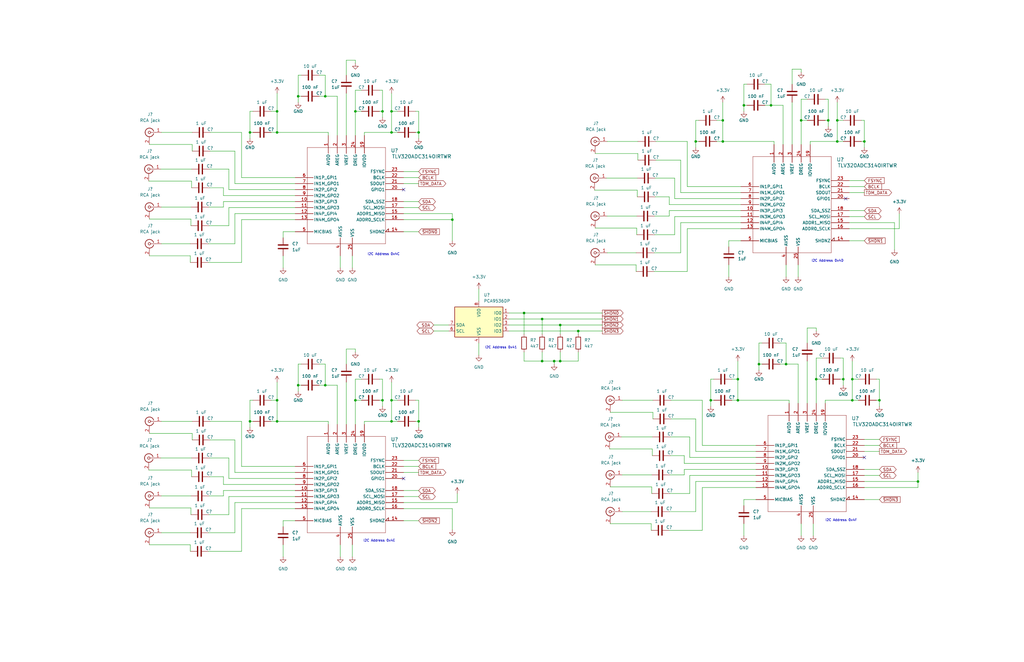
<source format=kicad_sch>
(kicad_sch (version 20211123) (generator eeschema)
  (paper "B")
  (junction (at 176.53 55.88))
  (junction (at 137.16 162.56))
  (junction (at 105.41 177.8))
  (junction (at 355.6 160.02))
  (junction (at 353.06 50.8))
  (junction (at 313.69 44.45))
  (junction (at 325.12 44.45))
  (junction (at 311.15 168.91))
  (junction (at 320.04 153.67))
  (junction (at 228.6 152.4))
  (junction (at 311.15 160.02))
  (junction (at 165.1 177.8))
  (junction (at 176.53 177.8))
  (junction (at 349.25 50.8))
  (junction (at 359.41 160.02))
  (junction (at 165.1 168.91))
  (junction (at 161.29 46.99))
  (junction (at 228.6 134.62))
  (junction (at 293.37 59.69))
  (junction (at 116.84 168.91))
  (junction (at 149.86 46.99))
  (junction (at 190.754 92.71))
  (junction (at 233.68 152.4))
  (junction (at 220.98 132.08))
  (junction (at 370.84 168.91))
  (junction (at 337.82 50.8))
  (junction (at 304.8 59.69))
  (junction (at 149.86 168.91))
  (junction (at 105.41 55.88))
  (junction (at 116.84 55.88))
  (junction (at 359.41 168.91))
  (junction (at 137.16 40.64))
  (junction (at 353.06 59.69))
  (junction (at 331.47 153.67))
  (junction (at 236.22 137.16))
  (junction (at 299.72 168.91))
  (junction (at 161.29 168.91))
  (junction (at 165.1 55.88))
  (junction (at 387.096 203.2))
  (junction (at 125.73 40.64))
  (junction (at 243.84 139.7))
  (junction (at 344.17 160.02))
  (junction (at 165.1 46.99))
  (junction (at 236.22 152.4))
  (junction (at 116.84 46.99))
  (junction (at 364.49 59.69))
  (junction (at 304.8 50.8))
  (junction (at 125.73 162.56))
  (junction (at 116.84 177.8))
  (no_connect (at 364.49 193.04))
  (no_connect (at 356.616 83.82))
  (no_connect (at 170.18 80.01))
  (no_connect (at 170.18 201.93))
  (wire (pts (xy 299.72 168.91) (xy 300.99 168.91)))
  (wire (pts (xy 94.234 204.47) (xy 124.46 204.47)))
  (wire (pts (xy 127 153.67) (xy 125.73 153.67)))
  (wire (pts (xy 142.24 179.07) (xy 142.24 162.56)))
  (wire (pts (xy 257.302 173.99) (xy 275.336 173.99)))
  (wire (pts (xy 106.68 168.91) (xy 105.41 168.91)))
  (wire (pts (xy 62.992 60.96) (xy 81.026 60.96)))
  (wire (pts (xy 250.952 111.76) (xy 268.224 111.76)))
  (wire (pts (xy 364.49 62.23) (xy 364.49 59.69)))
  (wire (pts (xy 214.63 137.16) (xy 236.22 137.16)))
  (wire (pts (xy 364.49 203.2) (xy 387.096 203.2)))
  (wire (pts (xy 101.854 55.88) (xy 101.854 74.93)))
  (wire (pts (xy 276.352 75.184) (xy 284.48 75.184)))
  (wire (pts (xy 161.29 160.02) (xy 161.29 168.91)))
  (wire (pts (xy 214.63 139.7) (xy 243.84 139.7)))
  (wire (pts (xy 105.41 180.34) (xy 105.41 177.8)))
  (wire (pts (xy 101.854 232.664) (xy 101.854 214.63)))
  (wire (pts (xy 99.06 224.79) (xy 99.06 212.09)))
  (wire (pts (xy 149.86 179.07) (xy 149.86 168.91)))
  (wire (pts (xy 170.18 194.31) (xy 176.53 194.31)))
  (wire (pts (xy 62.992 229.87) (xy 80.264 229.87)))
  (wire (pts (xy 330.2 60.96) (xy 330.2 44.45)))
  (wire (pts (xy 170.18 209.55) (xy 176.53 209.55)))
  (wire (pts (xy 340.36 138.43) (xy 344.17 138.43)))
  (wire (pts (xy 81.026 60.96) (xy 81.026 63.754)))
  (wire (pts (xy 228.6 148.59) (xy 228.6 152.4)))
  (wire (pts (xy 146.05 147.32) (xy 149.86 147.32)))
  (wire (pts (xy 311.15 168.91) (xy 308.61 168.91)))
  (wire (pts (xy 68.072 177.8) (xy 81.026 177.8)))
  (wire (pts (xy 228.6 134.62) (xy 254 134.62)))
  (wire (pts (xy 275.844 106.68) (xy 287.02 106.68)))
  (wire (pts (xy 160.02 160.02) (xy 161.29 160.02)))
  (wire (pts (xy 364.49 187.96) (xy 370.84 187.96)))
  (wire (pts (xy 236.22 137.16) (xy 254 137.16)))
  (wire (pts (xy 328.93 144.78) (xy 331.47 144.78)))
  (wire (pts (xy 302.26 50.8) (xy 304.8 50.8)))
  (wire (pts (xy 262.382 200.406) (xy 274.828 200.406)))
  (wire (pts (xy 170.18 77.47) (xy 176.53 77.47)))
  (wire (pts (xy 99.06 199.39) (xy 124.46 199.39)))
  (wire (pts (xy 62.738 76.454) (xy 80.772 76.454)))
  (wire (pts (xy 282.194 86.36) (xy 312.42 86.36)))
  (wire (pts (xy 228.6 134.62) (xy 228.6 140.97)))
  (wire (pts (xy 354.33 151.13) (xy 355.6 151.13)))
  (wire (pts (xy 220.98 152.4) (xy 228.6 152.4)))
  (wire (pts (xy 288.544 192.278) (xy 288.544 195.58)))
  (wire (pts (xy 80.518 214.376) (xy 80.518 217.17)))
  (wire (pts (xy 125.73 153.67) (xy 125.73 162.56)))
  (wire (pts (xy 182.88 137.16) (xy 189.23 137.16)))
  (wire (pts (xy 289.814 114.554) (xy 289.814 96.52)))
  (wire (pts (xy 276.352 83.058) (xy 282.194 83.058)))
  (wire (pts (xy 68.072 102.87) (xy 80.264 102.87)))
  (wire (pts (xy 311.15 168.91) (xy 332.74 168.91)))
  (wire (pts (xy 137.16 31.75) (xy 137.16 40.64)))
  (wire (pts (xy 176.53 55.88) (xy 175.26 55.88)))
  (wire (pts (xy 358.14 81.28) (xy 364.49 81.28)))
  (wire (pts (xy 80.772 198.374) (xy 80.772 201.168)))
  (wire (pts (xy 336.55 153.67) (xy 331.47 153.67)))
  (wire (pts (xy 276.606 59.69) (xy 289.814 59.69)))
  (wire (pts (xy 116.84 177.8) (xy 138.43 177.8)))
  (wire (pts (xy 165.1 39.37) (xy 165.1 46.99)))
  (wire (pts (xy 290.83 208.28) (xy 290.83 200.66)))
  (wire (pts (xy 287.02 67.564) (xy 287.02 81.28)))
  (wire (pts (xy 358.14 76.2) (xy 364.49 76.2)))
  (wire (pts (xy 361.95 160.02) (xy 359.41 160.02)))
  (wire (pts (xy 250.952 96.266) (xy 268.478 96.266)))
  (wire (pts (xy 311.15 160.02) (xy 311.15 168.91)))
  (wire (pts (xy 125.73 43.18) (xy 125.73 40.64)))
  (wire (pts (xy 190.754 92.71) (xy 190.754 101.6)))
  (wire (pts (xy 68.072 209.296) (xy 80.518 209.296)))
  (wire (pts (xy 161.29 49.53) (xy 161.29 46.99)))
  (wire (pts (xy 170.18 74.93) (xy 176.53 74.93)))
  (wire (pts (xy 152.4 38.1) (xy 149.86 38.1)))
  (wire (pts (xy 282.194 88.9) (xy 312.42 88.9)))
  (wire (pts (xy 170.18 199.39) (xy 176.53 199.39)))
  (wire (pts (xy 201.93 121.92) (xy 201.93 127)))
  (wire (pts (xy 282.194 215.9) (xy 293.37 215.9)))
  (wire (pts (xy 149.86 25.4) (xy 149.86 26.67)))
  (wire (pts (xy 243.84 139.7) (xy 254 139.7)))
  (wire (pts (xy 220.98 148.59) (xy 220.98 152.4)))
  (wire (pts (xy 341.63 60.96) (xy 341.63 59.69)))
  (wire (pts (xy 282.956 176.784) (xy 293.37 176.784)))
  (wire (pts (xy 96.52 193.294) (xy 96.52 201.93)))
  (wire (pts (xy 88.138 217.17) (xy 96.52 217.17)))
  (wire (pts (xy 289.814 59.69) (xy 289.814 78.74)))
  (wire (pts (xy 340.36 144.78) (xy 340.36 138.43)))
  (wire (pts (xy 170.18 87.63) (xy 176.53 87.63)))
  (wire (pts (xy 96.52 201.93) (xy 124.46 201.93)))
  (wire (pts (xy 142.24 40.64) (xy 137.16 40.64)))
  (wire (pts (xy 124.46 97.79) (xy 119.38 97.79)))
  (wire (pts (xy 344.17 170.18) (xy 344.17 160.02)))
  (wire (pts (xy 68.072 224.79) (xy 80.264 224.79)))
  (wire (pts (xy 125.73 165.1) (xy 125.73 162.56)))
  (wire (pts (xy 243.84 148.59) (xy 243.84 152.4)))
  (wire (pts (xy 88.646 63.754) (xy 99.06 63.754)))
  (wire (pts (xy 148.59 107.95) (xy 148.59 113.03)))
  (wire (pts (xy 165.1 177.8) (xy 167.64 177.8)))
  (wire (pts (xy 161.29 168.91) (xy 160.02 168.91)))
  (wire (pts (xy 276.606 67.564) (xy 287.02 67.564)))
  (wire (pts (xy 250.952 64.77) (xy 268.986 64.77)))
  (wire (pts (xy 276.098 91.186) (xy 282.194 91.186)))
  (wire (pts (xy 289.814 78.74) (xy 312.42 78.74)))
  (wire (pts (xy 347.98 41.91) (xy 349.25 41.91)))
  (wire (pts (xy 176.53 168.91) (xy 176.53 177.8)))
  (wire (pts (xy 322.58 35.56) (xy 325.12 35.56)))
  (wire (pts (xy 304.8 59.69) (xy 326.39 59.69)))
  (wire (pts (xy 88.646 177.8) (xy 101.854 177.8)))
  (wire (pts (xy 99.06 63.754) (xy 99.06 77.47)))
  (wire (pts (xy 134.62 31.75) (xy 137.16 31.75)))
  (wire (pts (xy 275.336 173.99) (xy 275.336 176.784)))
  (wire (pts (xy 62.992 107.95) (xy 80.264 107.95)))
  (wire (pts (xy 80.264 229.87) (xy 80.264 232.664)))
  (wire (pts (xy 149.86 147.32) (xy 149.86 148.59)))
  (wire (pts (xy 290.83 193.04) (xy 318.77 193.04)))
  (wire (pts (xy 299.72 160.02) (xy 299.72 168.91)))
  (wire (pts (xy 149.86 46.99) (xy 152.4 46.99)))
  (wire (pts (xy 243.84 152.4) (xy 236.22 152.4)))
  (wire (pts (xy 88.646 55.88) (xy 101.854 55.88)))
  (wire (pts (xy 276.098 99.06) (xy 284.48 99.06)))
  (wire (pts (xy 62.992 182.88) (xy 81.026 182.88)))
  (wire (pts (xy 88.138 209.296) (xy 94.234 209.296)))
  (wire (pts (xy 337.82 41.91) (xy 337.82 50.8)))
  (wire (pts (xy 358.14 96.52) (xy 379.222 96.52)))
  (wire (pts (xy 105.41 177.8) (xy 106.68 177.8)))
  (wire (pts (xy 88.646 185.674) (xy 99.06 185.674)))
  (wire (pts (xy 341.63 59.69) (xy 353.06 59.69)))
  (wire (pts (xy 190.754 90.17) (xy 190.754 92.71)))
  (wire (pts (xy 68.072 55.88) (xy 81.026 55.88)))
  (wire (pts (xy 99.06 102.87) (xy 99.06 90.17)))
  (wire (pts (xy 146.05 161.29) (xy 146.05 179.07)))
  (wire (pts (xy 268.732 80.264) (xy 268.732 83.058)))
  (wire (pts (xy 282.448 208.28) (xy 290.83 208.28)))
  (wire (pts (xy 106.68 46.99) (xy 105.41 46.99)))
  (wire (pts (xy 116.84 168.91) (xy 116.84 177.8)))
  (wire (pts (xy 137.16 153.67) (xy 137.16 162.56)))
  (wire (pts (xy 88.138 95.25) (xy 96.52 95.25)))
  (wire (pts (xy 334.01 29.21) (xy 337.82 29.21)))
  (wire (pts (xy 334.01 35.56) (xy 334.01 29.21)))
  (wire (pts (xy 364.49 210.82) (xy 370.84 210.82)))
  (wire (pts (xy 284.48 75.184) (xy 284.48 83.82)))
  (wire (pts (xy 152.4 160.02) (xy 149.86 160.02)))
  (wire (pts (xy 377.19 93.98) (xy 377.19 105.41)))
  (wire (pts (xy 62.992 92.456) (xy 80.518 92.456)))
  (wire (pts (xy 296.164 223.774) (xy 296.164 205.74)))
  (wire (pts (xy 116.84 55.88) (xy 114.3 55.88)))
  (wire (pts (xy 320.04 144.78) (xy 320.04 153.67)))
  (wire (pts (xy 170.18 92.71) (xy 190.754 92.71)))
  (wire (pts (xy 153.67 179.07) (xy 153.67 177.8)))
  (wire (pts (xy 96.52 217.17) (xy 96.52 209.55)))
  (wire (pts (xy 331.47 111.76) (xy 331.47 116.84)))
  (wire (pts (xy 88.138 87.376) (xy 94.234 87.376)))
  (wire (pts (xy 228.6 152.4) (xy 233.68 152.4)))
  (wire (pts (xy 364.49 50.8) (xy 364.49 59.69)))
  (wire (pts (xy 236.22 148.59) (xy 236.22 152.4)))
  (wire (pts (xy 358.14 101.6) (xy 364.49 101.6)))
  (wire (pts (xy 236.22 152.4) (xy 233.68 152.4)))
  (wire (pts (xy 165.1 168.91) (xy 165.1 177.8)))
  (wire (pts (xy 313.69 35.56) (xy 313.69 44.45)))
  (wire (pts (xy 331.47 153.67) (xy 328.93 153.67)))
  (wire (pts (xy 214.63 134.62) (xy 228.6 134.62)))
  (wire (pts (xy 243.84 139.7) (xy 243.84 140.97)))
  (wire (pts (xy 346.71 151.13) (xy 344.17 151.13)))
  (wire (pts (xy 119.38 219.71) (xy 119.38 222.25)))
  (wire (pts (xy 175.26 46.99) (xy 176.53 46.99)))
  (wire (pts (xy 105.41 168.91) (xy 105.41 177.8)))
  (wire (pts (xy 364.49 205.74) (xy 387.096 205.74)))
  (wire (pts (xy 290.83 200.66) (xy 318.77 200.66)))
  (wire (pts (xy 311.15 152.4) (xy 311.15 160.02)))
  (wire (pts (xy 116.84 55.88) (xy 138.43 55.88)))
  (wire (pts (xy 284.48 83.82) (xy 312.42 83.82)))
  (wire (pts (xy 268.986 64.77) (xy 268.986 67.564)))
  (wire (pts (xy 143.51 107.95) (xy 143.51 113.03)))
  (wire (pts (xy 170.18 219.71) (xy 176.53 219.71)))
  (wire (pts (xy 170.18 85.09) (xy 176.53 85.09)))
  (wire (pts (xy 67.818 193.294) (xy 80.772 193.294)))
  (wire (pts (xy 358.14 93.98) (xy 377.19 93.98)))
  (wire (pts (xy 165.1 46.99) (xy 165.1 55.88)))
  (wire (pts (xy 236.22 137.16) (xy 236.22 140.97)))
  (wire (pts (xy 359.41 160.02) (xy 359.41 168.91)))
  (wire (pts (xy 165.1 55.88) (xy 167.64 55.88)))
  (wire (pts (xy 114.3 46.99) (xy 116.84 46.99)))
  (wire (pts (xy 99.06 212.09) (xy 124.46 212.09)))
  (wire (pts (xy 344.17 160.02) (xy 346.71 160.02)))
  (wire (pts (xy 370.84 160.02) (xy 370.84 168.91)))
  (wire (pts (xy 94.234 79.248) (xy 94.234 82.55)))
  (wire (pts (xy 358.14 88.9) (xy 364.49 88.9)))
  (wire (pts (xy 337.82 220.98) (xy 337.82 226.06)))
  (wire (pts (xy 304.8 43.18) (xy 304.8 50.8)))
  (wire (pts (xy 127 31.75) (xy 125.73 31.75)))
  (wire (pts (xy 313.69 46.99) (xy 313.69 44.45)))
  (wire (pts (xy 284.48 91.44) (xy 312.42 91.44)))
  (wire (pts (xy 170.18 97.79) (xy 176.53 97.79)))
  (wire (pts (xy 124.46 219.71) (xy 119.38 219.71)))
  (wire (pts (xy 161.29 171.45) (xy 161.29 168.91)))
  (wire (pts (xy 359.41 168.91) (xy 361.95 168.91)))
  (wire (pts (xy 364.49 200.66) (xy 370.84 200.66)))
  (wire (pts (xy 94.234 85.09) (xy 124.46 85.09)))
  (wire (pts (xy 167.64 46.99) (xy 165.1 46.99)))
  (wire (pts (xy 300.99 160.02) (xy 299.72 160.02)))
  (wire (pts (xy 146.05 153.67) (xy 146.05 147.32)))
  (wire (pts (xy 170.18 212.09) (xy 192.786 212.09)))
  (wire (pts (xy 287.02 93.98) (xy 312.42 93.98)))
  (wire (pts (xy 325.12 35.56) (xy 325.12 44.45)))
  (wire (pts (xy 165.1 161.29) (xy 165.1 168.91)))
  (wire (pts (xy 105.41 55.88) (xy 106.68 55.88)))
  (wire (pts (xy 94.234 201.168) (xy 94.234 204.47)))
  (wire (pts (xy 94.234 87.376) (xy 94.234 85.09)))
  (wire (pts (xy 370.84 171.45) (xy 370.84 168.91)))
  (wire (pts (xy 96.52 80.01) (xy 124.46 80.01)))
  (wire (pts (xy 293.37 190.5) (xy 318.77 190.5)))
  (wire (pts (xy 340.36 41.91) (xy 337.82 41.91)))
  (wire (pts (xy 364.49 59.69) (xy 363.22 59.69)))
  (wire (pts (xy 67.818 71.374) (xy 80.772 71.374)))
  (wire (pts (xy 101.854 214.63) (xy 124.46 214.63)))
  (wire (pts (xy 313.69 44.45) (xy 314.96 44.45)))
  (wire (pts (xy 307.34 101.6) (xy 307.34 104.14)))
  (wire (pts (xy 304.8 59.69) (xy 302.26 59.69)))
  (wire (pts (xy 287.02 106.68) (xy 287.02 93.98)))
  (wire (pts (xy 293.37 203.2) (xy 318.77 203.2)))
  (wire (pts (xy 116.84 161.29) (xy 116.84 168.91)))
  (wire (pts (xy 321.31 144.78) (xy 320.04 144.78)))
  (wire (pts (xy 349.25 50.8) (xy 347.98 50.8)))
  (wire (pts (xy 326.39 60.96) (xy 326.39 59.69)))
  (wire (pts (xy 149.86 57.15) (xy 149.86 46.99)))
  (wire (pts (xy 233.68 152.4) (xy 233.68 153.67)))
  (wire (pts (xy 80.772 76.454) (xy 80.772 79.248)))
  (wire (pts (xy 347.98 168.91) (xy 359.41 168.91)))
  (wire (pts (xy 257.302 205.486) (xy 274.828 205.486)))
  (wire (pts (xy 94.234 207.01) (xy 124.46 207.01)))
  (wire (pts (xy 176.53 58.42) (xy 176.53 55.88)))
  (wire (pts (xy 68.072 87.376) (xy 80.518 87.376)))
  (wire (pts (xy 312.42 101.6) (xy 307.34 101.6)))
  (wire (pts (xy 349.25 53.34) (xy 349.25 50.8)))
  (wire (pts (xy 288.544 195.58) (xy 318.77 195.58)))
  (wire (pts (xy 282.702 184.404) (xy 290.83 184.404)))
  (wire (pts (xy 320.04 153.67) (xy 321.31 153.67)))
  (wire (pts (xy 313.69 210.82) (xy 313.69 213.36)))
  (wire (pts (xy 274.828 205.486) (xy 274.828 208.28)))
  (wire (pts (xy 274.574 220.98) (xy 274.574 223.774)))
  (wire (pts (xy 325.12 44.45) (xy 322.58 44.45)))
  (wire (pts (xy 344.17 138.43) (xy 344.17 139.7)))
  (wire (pts (xy 101.854 110.744) (xy 101.854 92.71)))
  (wire (pts (xy 175.26 168.91) (xy 176.53 168.91)))
  (wire (pts (xy 296.164 205.74) (xy 318.77 205.74)))
  (wire (pts (xy 344.17 151.13) (xy 344.17 160.02)))
  (wire (pts (xy 170.18 90.17) (xy 190.754 90.17)))
  (wire (pts (xy 293.37 215.9) (xy 293.37 203.2)))
  (wire (pts (xy 99.06 185.674) (xy 99.06 199.39)))
  (wire (pts (xy 353.06 43.18) (xy 353.06 50.8)))
  (wire (pts (xy 299.72 171.45) (xy 299.72 168.91)))
  (wire (pts (xy 80.518 92.456) (xy 80.518 95.25)))
  (wire (pts (xy 149.86 168.91) (xy 152.4 168.91)))
  (wire (pts (xy 182.88 139.7) (xy 189.23 139.7)))
  (wire (pts (xy 293.37 59.69) (xy 294.64 59.69)))
  (wire (pts (xy 87.884 102.87) (xy 99.06 102.87)))
  (wire (pts (xy 96.52 209.55) (xy 124.46 209.55)))
  (wire (pts (xy 369.57 160.02) (xy 370.84 160.02)))
  (wire (pts (xy 214.63 132.08) (xy 220.98 132.08)))
  (wire (pts (xy 160.02 38.1) (xy 161.29 38.1)))
  (wire (pts (xy 62.992 214.376) (xy 80.518 214.376)))
  (wire (pts (xy 149.86 160.02) (xy 149.86 168.91)))
  (wire (pts (xy 293.37 50.8) (xy 293.37 59.69)))
  (wire (pts (xy 296.164 187.96) (xy 318.77 187.96)))
  (wire (pts (xy 176.53 177.8) (xy 175.26 177.8)))
  (wire (pts (xy 268.478 96.266) (xy 268.478 99.06)))
  (wire (pts (xy 125.73 162.56) (xy 127 162.56)))
  (wire (pts (xy 288.544 198.12) (xy 318.77 198.12)))
  (wire (pts (xy 143.51 229.87) (xy 143.51 234.95)))
  (wire (pts (xy 331.47 144.78) (xy 331.47 153.67)))
  (wire (pts (xy 287.02 81.28) (xy 312.42 81.28)))
  (wire (pts (xy 363.22 50.8) (xy 364.49 50.8)))
  (wire (pts (xy 87.884 232.664) (xy 101.854 232.664)))
  (wire (pts (xy 220.98 132.08) (xy 220.98 140.97)))
  (wire (pts (xy 105.41 58.42) (xy 105.41 55.88)))
  (wire (pts (xy 257.302 220.98) (xy 274.574 220.98)))
  (wire (pts (xy 268.224 111.76) (xy 268.224 114.554)))
  (wire (pts (xy 275.082 189.484) (xy 275.082 192.278)))
  (wire (pts (xy 119.38 97.79) (xy 119.38 100.33)))
  (wire (pts (xy 101.854 92.71) (xy 124.46 92.71)))
  (wire (pts (xy 313.69 220.98) (xy 313.69 226.06)))
  (wire (pts (xy 330.2 44.45) (xy 325.12 44.45)))
  (wire (pts (xy 146.05 39.37) (xy 146.05 57.15)))
  (wire (pts (xy 355.6 151.13) (xy 355.6 160.02)))
  (wire (pts (xy 364.49 198.12) (xy 370.84 198.12)))
  (wire (pts (xy 255.778 75.184) (xy 268.732 75.184)))
  (wire (pts (xy 153.67 55.88) (xy 165.1 55.88)))
  (wire (pts (xy 353.06 59.69) (xy 355.6 59.69)))
  (wire (pts (xy 304.8 50.8) (xy 304.8 59.69)))
  (wire (pts (xy 176.53 180.34) (xy 176.53 177.8)))
  (wire (pts (xy 250.698 80.264) (xy 268.732 80.264)))
  (wire (pts (xy 336.55 170.18) (xy 336.55 153.67)))
  (wire (pts (xy 87.884 224.79) (xy 99.06 224.79)))
  (wire (pts (xy 370.84 168.91) (xy 369.57 168.91)))
  (wire (pts (xy 293.37 62.23) (xy 293.37 59.69)))
  (wire (pts (xy 153.67 177.8) (xy 165.1 177.8)))
  (wire (pts (xy 146.05 31.75) (xy 146.05 25.4)))
  (wire (pts (xy 88.392 193.294) (xy 96.52 193.294)))
  (wire (pts (xy 134.62 153.67) (xy 137.16 153.67)))
  (wire (pts (xy 294.64 50.8) (xy 293.37 50.8)))
  (wire (pts (xy 99.06 90.17) (xy 124.46 90.17)))
  (wire (pts (xy 87.884 110.744) (xy 101.854 110.744)))
  (wire (pts (xy 146.05 25.4) (xy 149.86 25.4)))
  (wire (pts (xy 349.25 41.91) (xy 349.25 50.8)))
  (wire (pts (xy 170.18 214.63) (xy 190.754 214.63)))
  (wire (pts (xy 296.164 168.91) (xy 296.164 187.96)))
  (wire (pts (xy 284.48 99.06) (xy 284.48 91.44)))
  (wire (pts (xy 282.702 192.278) (xy 288.544 192.278)))
  (wire (pts (xy 88.392 71.374) (xy 96.52 71.374)))
  (wire (pts (xy 220.98 132.08) (xy 254 132.08)))
  (wire (pts (xy 149.86 38.1) (xy 149.86 46.99)))
  (wire (pts (xy 332.74 170.18) (xy 332.74 168.91)))
  (wire (pts (xy 88.392 79.248) (xy 94.234 79.248)))
  (wire (pts (xy 170.18 196.85) (xy 176.53 196.85)))
  (wire (pts (xy 340.36 152.4) (xy 340.36 170.18)))
  (wire (pts (xy 262.382 215.9) (xy 274.574 215.9)))
  (wire (pts (xy 387.096 205.74) (xy 387.096 203.2)))
  (wire (pts (xy 101.854 196.85) (xy 124.46 196.85)))
  (wire (pts (xy 379.222 96.52) (xy 379.222 90.17)))
  (wire (pts (xy 96.52 71.374) (xy 96.52 80.01)))
  (wire (pts (xy 364.49 190.5) (xy 370.84 190.5)))
  (wire (pts (xy 105.41 46.99) (xy 105.41 55.88)))
  (wire (pts (xy 96.52 87.63) (xy 124.46 87.63)))
  (wire (pts (xy 337.82 29.21) (xy 337.82 30.48)))
  (wire (pts (xy 125.73 40.64) (xy 127 40.64)))
  (wire (pts (xy 257.048 189.484) (xy 275.082 189.484)))
  (wire (pts (xy 364.49 185.42) (xy 370.84 185.42)))
  (wire (pts (xy 201.93 144.78) (xy 201.93 149.86)))
  (wire (pts (xy 282.956 168.91) (xy 296.164 168.91)))
  (wire (pts (xy 153.67 57.15) (xy 153.67 55.88)))
  (wire (pts (xy 355.6 50.8) (xy 353.06 50.8)))
  (wire (pts (xy 336.55 111.76) (xy 336.55 116.84)))
  (wire (pts (xy 94.234 209.296) (xy 94.234 207.01)))
  (wire (pts (xy 137.16 40.64) (xy 134.62 40.64)))
  (wire (pts (xy 170.18 207.01) (xy 176.53 207.01)))
  (wire (pts (xy 116.84 39.37) (xy 116.84 46.99)))
  (wire (pts (xy 125.73 31.75) (xy 125.73 40.64)))
  (wire (pts (xy 282.194 91.186) (xy 282.194 88.9)))
  (wire (pts (xy 192.786 208.28) (xy 192.786 212.09)))
  (wire (pts (xy 355.6 162.56) (xy 355.6 160.02)))
  (wire (pts (xy 262.128 184.404) (xy 275.082 184.404)))
  (wire (pts (xy 307.34 111.76) (xy 307.34 116.84)))
  (wire (pts (xy 353.06 50.8) (xy 353.06 59.69)))
  (wire (pts (xy 114.3 168.91) (xy 116.84 168.91)))
  (wire (pts (xy 96.52 95.25) (xy 96.52 87.63)))
  (wire (pts (xy 62.738 198.374) (xy 80.772 198.374)))
  (wire (pts (xy 334.01 43.18) (xy 334.01 60.96)))
  (wire (pts (xy 256.032 106.68) (xy 268.224 106.68)))
  (wire (pts (xy 148.59 229.87) (xy 148.59 234.95)))
  (wire (pts (xy 161.29 38.1) (xy 161.29 46.99)))
  (wire (pts (xy 290.83 184.404) (xy 290.83 193.04)))
  (wire (pts (xy 282.194 223.774) (xy 296.164 223.774)))
  (wire (pts (xy 101.854 177.8) (xy 101.854 196.85)))
  (wire (pts (xy 293.37 176.784) (xy 293.37 190.5)))
  (wire (pts (xy 142.24 162.56) (xy 137.16 162.56)))
  (wire (pts (xy 116.84 46.99) (xy 116.84 55.88)))
  (wire (pts (xy 137.16 162.56) (xy 134.62 162.56)))
  (wire (pts (xy 337.82 50.8) (xy 340.36 50.8)))
  (wire (pts (xy 282.448 200.406) (xy 288.544 200.406)))
  (wire (pts (xy 170.18 72.39) (xy 176.53 72.39)))
  (wire (pts (xy 80.264 107.95) (xy 80.264 110.744)))
  (wire (pts (xy 262.382 168.91) (xy 275.336 168.91)))
  (wire (pts (xy 176.53 46.99) (xy 176.53 55.88)))
  (wire (pts (xy 142.24 57.15) (xy 142.24 40.64)))
  (wire (pts (xy 99.06 77.47) (xy 124.46 77.47)))
  (wire (pts (xy 359.41 152.4) (xy 359.41 160.02)))
  (wire (pts (xy 167.64 168.91) (xy 165.1 168.91)))
  (wire (pts (xy 288.544 200.406) (xy 288.544 198.12)))
  (wire (pts (xy 355.6 160.02) (xy 354.33 160.02)))
  (wire (pts (xy 81.026 182.88) (xy 81.026 185.674)))
  (wire (pts (xy 347.98 170.18) (xy 347.98 168.91)))
  (wire (pts (xy 289.814 96.52) (xy 312.42 96.52)))
  (wire (pts (xy 387.096 203.2) (xy 387.096 199.39)))
  (wire (pts (xy 314.96 35.56) (xy 313.69 35.56)))
  (wire (pts (xy 119.38 229.87) (xy 119.38 234.95)))
  (wire (pts (xy 308.61 160.02) (xy 311.15 160.02)))
  (wire (pts (xy 88.392 201.168) (xy 94.234 201.168)))
  (wire (pts (xy 94.234 82.55) (xy 124.46 82.55)))
  (wire (pts (xy 119.38 107.95) (xy 119.38 113.03)))
  (wire (pts (xy 101.854 74.93) (xy 124.46 74.93)))
  (wire (pts (xy 342.9 220.98) (xy 342.9 226.06)))
  (wire (pts (xy 318.77 210.82) (xy 313.69 210.82)))
  (wire (pts (xy 138.43 57.15) (xy 138.43 55.88)))
  (wire (pts (xy 275.844 114.554) (xy 289.814 114.554)))
  (wire (pts (xy 256.032 91.186) (xy 268.478 91.186)))
  (wire (pts (xy 358.14 91.44) (xy 364.49 91.44)))
  (wire (pts (xy 256.032 59.69) (xy 268.986 59.69)))
  (wire (pts (xy 320.04 156.21) (xy 320.04 153.67)))
  (wire (pts (xy 337.82 60.96) (xy 337.82 50.8)))
  (wire (pts (xy 190.754 214.63) (xy 190.754 223.52)))
  (wire (pts (xy 116.84 177.8) (xy 114.3 177.8)))
  (wire (pts (xy 161.29 46.99) (xy 160.02 46.99)))
  (wire (pts (xy 358.14 78.74) (xy 364.49 78.74)))
  (wire (pts (xy 138.43 179.07) (xy 138.43 177.8)))
  (wire (pts (xy 282.194 83.058) (xy 282.194 86.36)))
  (text "I2C Address 0x4F" (at 347.98 220.218 0) (effects (font (size 1 1)) (justify left bottom)))
  (text "I2C Address 0x4C" (at 154.94 107.95 0) (effects (font (size 1 1)) (justify left bottom)))
  (text "I2C Address 0x4D" (at 342.138 110.744 0) (effects (font (size 1 1)) (justify left bottom)))
  (text "I2C Address 0x4E" (at 153.162 228.854 0) (effects (font (size 1 1)) (justify left bottom)))
  (text "I2C Address 0x41" (at 204.47 147.32 0) (effects (font (size 1 1)) (justify left bottom)))
  (global_label "FSYNC" (shape input) (at 176.53 72.39 0) (property "Intersheet References" "${INTERSHEET_REFS}" (at 184.9302 72.3106 0) (effects (justify left))))
  (global_label "SCL" (shape bidirectional) (at 364.49 91.44 0) (property "Intersheet References" "${INTERSHEET_REFS}" (at 370.4107 91.3606 0) (effects (justify left))))
  (global_label "SDA" (shape bidirectional) (at 182.88 137.16 180) (property "Intersheet References" "${INTERSHEET_REFS}" (at 176.8988 137.0806 0) (effects (justify right))))
  (global_label "FSYNC" (shape input) (at 176.53 194.31 0) (property "Intersheet References" "${INTERSHEET_REFS}" (at 184.9302 194.2306 0) (effects (justify left))))
  (global_label "SCL" (shape bidirectional) (at 176.53 87.63 0) (property "Intersheet References" "${INTERSHEET_REFS}" (at 182.4507 87.5506 0) (effects (justify left))))
  (global_label "SDA" (shape bidirectional) (at 364.49 88.9 0) (property "Intersheet References" "${INTERSHEET_REFS}" (at 370.4712 88.8206 0) (effects (justify left))))
  (global_label "BCLK" (shape input) (at 370.84 187.96 0) (property "Intersheet References" "${INTERSHEET_REFS}" (at 378.0912 187.8806 0) (effects (justify left))))
  (global_label "TDM_DATA" (shape output) (at 176.53 199.39 0) (property "Intersheet References" "${INTERSHEET_REFS}" (at 188.0145 199.3106 0) (effects (justify left))))
  (global_label "TDM_DATA" (shape output) (at 364.49 81.28 0) (property "Intersheet References" "${INTERSHEET_REFS}" (at 375.9745 81.2006 0) (effects (justify left))))
  (global_label "~{SHDN2}" (shape input) (at 176.53 219.71 0) (property "Intersheet References" "${INTERSHEET_REFS}" (at 185.2931 219.6306 0) (effects (justify left))))
  (global_label "SDA" (shape bidirectional) (at 370.84 198.12 0) (property "Intersheet References" "${INTERSHEET_REFS}" (at 376.8212 198.0406 0) (effects (justify left))))
  (global_label "BCLK" (shape input) (at 176.53 74.93 0) (property "Intersheet References" "${INTERSHEET_REFS}" (at 183.7812 74.8506 0) (effects (justify left))))
  (global_label "~{SHDN0}" (shape input) (at 176.53 97.79 0) (property "Intersheet References" "${INTERSHEET_REFS}" (at 185.2931 97.7106 0) (effects (justify left))))
  (global_label "FSYNC" (shape input) (at 370.84 185.42 0) (property "Intersheet References" "${INTERSHEET_REFS}" (at 379.2402 185.3406 0) (effects (justify left))))
  (global_label "~{SHDN1}" (shape output) (at 254 134.62 0) (property "Intersheet References" "${INTERSHEET_REFS}" (at 262.7631 134.5406 0) (effects (justify left))))
  (global_label "~{SHDN2}" (shape output) (at 254 137.16 0) (property "Intersheet References" "${INTERSHEET_REFS}" (at 262.7631 137.0806 0) (effects (justify left))))
  (global_label "~{SHDN0}" (shape output) (at 254 132.08 0) (property "Intersheet References" "${INTERSHEET_REFS}" (at 262.7631 132.0006 0) (effects (justify left))))
  (global_label "SCL" (shape bidirectional) (at 370.84 200.66 0) (property "Intersheet References" "${INTERSHEET_REFS}" (at 376.7607 200.5806 0) (effects (justify left))))
  (global_label "BCLK" (shape input) (at 176.53 196.85 0) (property "Intersheet References" "${INTERSHEET_REFS}" (at 183.7812 196.7706 0) (effects (justify left))))
  (global_label "SCL" (shape bidirectional) (at 176.53 209.55 0) (property "Intersheet References" "${INTERSHEET_REFS}" (at 182.4507 209.4706 0) (effects (justify left))))
  (global_label "TDM_DATA" (shape output) (at 176.53 77.47 0) (property "Intersheet References" "${INTERSHEET_REFS}" (at 188.0145 77.3906 0) (effects (justify left))))
  (global_label "SCL" (shape bidirectional) (at 182.88 139.7 180) (property "Intersheet References" "${INTERSHEET_REFS}" (at 176.9593 139.6206 0) (effects (justify right))))
  (global_label "~{SHDN3}" (shape input) (at 370.84 210.82 0) (property "Intersheet References" "${INTERSHEET_REFS}" (at 379.6031 210.7406 0) (effects (justify left))))
  (global_label "SDA" (shape bidirectional) (at 176.53 207.01 0) (property "Intersheet References" "${INTERSHEET_REFS}" (at 182.5112 206.9306 0) (effects (justify left))))
  (global_label "TDM_DATA" (shape output) (at 370.84 190.5 0) (property "Intersheet References" "${INTERSHEET_REFS}" (at 382.3245 190.4206 0) (effects (justify left))))
  (global_label "BCLK" (shape input) (at 364.49 78.74 0) (property "Intersheet References" "${INTERSHEET_REFS}" (at 371.7412 78.6606 0) (effects (justify left))))
  (global_label "~{SHDN3}" (shape output) (at 254 139.7 0) (property "Intersheet References" "${INTERSHEET_REFS}" (at 262.7631 139.6206 0) (effects (justify left))))
  (global_label "~{SHDN1}" (shape input) (at 364.49 101.6 0) (property "Intersheet References" "${INTERSHEET_REFS}" (at 373.2531 101.5206 0) (effects (justify left))))
  (global_label "SDA" (shape bidirectional) (at 176.53 85.09 0) (property "Intersheet References" "${INTERSHEET_REFS}" (at 182.5112 85.0106 0) (effects (justify left))))
  (global_label "FSYNC" (shape input) (at 364.49 76.2 0) (property "Intersheet References" "${INTERSHEET_REFS}" (at 372.8902 76.1206 0) (effects (justify left))))
  (symbol (lib_id "Device:C") (at 278.638 200.406 270) (mirror x) (unit 1)
    (property "Reference" "C?" (at 282.448 199.136 90))
    (property "Value" "1 uF" (at 278.638 196.596 90))
  )
  (symbol (lib_id "Device:C") (at 278.384 215.9 270) (mirror x) (unit 1)
    (property "Reference" "C?" (at 282.194 214.63 90))
    (property "Value" "1 uF" (at 278.384 212.09 90))
  )
  (symbol (lib_id "Connector:Conn_Coaxial") (at 62.992 87.376 0) (mirror y) (unit 1)
    (property "Reference" "J?" (at 63.3094 79.756 0))
    (property "Value" "RCA jack" (at 63.3094 82.296 0))
    (property "Footprint" "SparkFun-Connectors:RCA" (effects hide))
    (property "Datasheet" " ~" (effects hide))
  )
  (symbol (lib_id "Connector:Conn_Coaxial") (at 257.302 200.406 0) (mirror y) (unit 1)
    (property "Reference" "J?" (at 257.6194 192.786 0))
    (property "Value" "RCA jack" (at 257.6194 195.326 0))
    (property "Footprint" "SparkFun-Connectors:RCA" (effects hide))
    (property "Datasheet" " ~" (effects hide))
  )
  (symbol (lib_id "Device:C") (at 279.146 168.91 270) (mirror x) (unit 1)
    (property "Reference" "C?" (at 282.956 167.64 90))
    (property "Value" "1 uF" (at 279.146 165.1 90))
  )
  (symbol (lib_id "Device:C") (at 313.69 217.17 0) (unit 1)
    (property "Reference" "C?" (at 317.5 215.8999 0) (effects (justify left)))
    (property "Value" "1uF" (at 317.5 218.4399 0) (effects (justify left)))
  )
  (symbol (lib_id "power:GND") (at 370.84 171.45 0) (unit 1)
    (property "Reference" "#PWR?" (effects hide))
    (property "Value" "GND" (at 370.84 175.26 0))
  )
  (symbol (lib_id "power:GND") (at 336.55 116.84 0) (unit 1)
    (property "Reference" "#PWR?" (effects hide))
    (property "Value" "GND" (at 336.55 121.92 0))
  )
  (symbol (lib_id "Device:C") (at 84.328 209.296 270) (mirror x) (unit 1)
    (property "Reference" "C?" (at 88.138 208.026 90))
    (property "Value" "1 uF" (at 84.328 205.486 90))
  )
  (symbol (lib_id "power:GND") (at 355.6 162.56 0) (unit 1)
    (property "Reference" "#PWR?" (effects hide))
    (property "Value" "GND" (at 355.6 166.37 0))
  )
  (symbol (lib_id "power:GND") (at 119.38 234.95 0) (unit 1)
    (property "Reference" "#PWR?" (effects hide))
    (property "Value" "GND" (at 119.38 240.03 0))
  )
  (symbol (lib_id "Device:C") (at 130.81 40.64 270) (mirror x) (unit 1)
    (property "Reference" "C?" (at 134.62 39.37 90))
    (property "Value" "100 nF" (at 130.81 36.83 90))
  )
  (symbol (lib_id "power:GND") (at 293.37 62.23 0) (mirror y) (unit 1)
    (property "Reference" "#PWR?" (effects hide))
    (property "Value" "GND" (at 293.37 66.04 0))
  )
  (symbol (lib_id "Device:C") (at 171.45 177.8 90) (unit 1)
    (property "Reference" "C?" (at 167.64 176.53 90))
    (property "Value" "100 nF" (at 171.45 173.99 90))
  )
  (symbol (lib_id "Connector:Conn_Coaxial") (at 257.302 168.91 0) (mirror y) (unit 1)
    (property "Reference" "J?" (at 257.6194 161.29 0))
    (property "Value" "RCA jack" (at 257.6194 163.83 0))
    (property "Footprint" "SparkFun-Connectors:RCA" (effects hide))
    (property "Datasheet" " ~" (effects hide))
  )
  (symbol (lib_id "Interface_Expansion:PCA9536DP") (at 201.93 134.62 0) (unit 1)
    (property "Reference" "U?" (at 203.9494 124.46 0) (effects (justify left)))
    (property "Value" "PCA9536DP" (at 203.9494 127 0) (effects (justify left)))
    (property "Footprint" "Package_SO:TSSOP-8_3x3mm_P0.65mm" (effects hide))
    (property "Datasheet" "http://www.nxp.com/documents/data_sheet/PCA9536.pdf" (effects hide))
  )
  (symbol (lib_id "Device:C") (at 304.8 160.02 270) (mirror x) (unit 1)
    (property "Reference" "C?" (at 308.61 158.75 90))
    (property "Value" "1 uF" (at 304.8 156.21 90))
  )
  (symbol (lib_id "Device:C") (at 279.146 176.784 270) (mirror x) (unit 1)
    (property "Reference" "C?" (at 282.956 175.514 90))
    (property "Value" "1 uF" (at 279.146 172.974 90))
  )
  (symbol (lib_id "power:GND") (at 190.754 101.6 0) (unit 1)
    (property "Reference" "#PWR?" (effects hide))
    (property "Value" "GND" (at 190.754 106.68 0))
  )
  (symbol (lib_id "Device:C") (at 130.81 162.56 270) (mirror x) (unit 1)
    (property "Reference" "C?" (at 134.62 161.29 90))
    (property "Value" "100 nF" (at 130.81 158.75 90))
  )
  (symbol (lib_id "Device:C") (at 171.45 46.99 90) (unit 1)
    (property "Reference" "C?" (at 167.64 45.72 90))
    (property "Value" "10 uF" (at 171.45 43.18 90))
  )
  (symbol (lib_id "Device:C") (at 272.288 91.186 270) (mirror x) (unit 1)
    (property "Reference" "C?" (at 276.098 89.916 90))
    (property "Value" "1 uF" (at 272.288 87.376 90))
  )
  (symbol (lib_id "Device:C") (at 156.21 168.91 90) (unit 1)
    (property "Reference" "C?" (at 152.4 167.64 90))
    (property "Value" "100 nF" (at 156.21 165.1 90))
  )
  (symbol (lib_id "Device:C") (at 84.582 201.168 270) (mirror x) (unit 1)
    (property "Reference" "C?" (at 88.392 199.898 90))
    (property "Value" "1 uF" (at 84.582 197.358 90))
  )
  (symbol (lib_id "Device:C") (at 325.12 144.78 270) (mirror x) (unit 1)
    (property "Reference" "C?" (at 328.93 143.51 90))
    (property "Value" "10 uF" (at 325.12 140.97 90))
  )
  (symbol (lib_id "power:GND") (at 161.29 49.53 0) (unit 1)
    (property "Reference" "#PWR?" (effects hide))
    (property "Value" "GND" (at 161.29 53.34 0))
  )
  (symbol (lib_id "Connector:Conn_Coaxial") (at 250.698 75.184 0) (mirror y) (unit 1)
    (property "Reference" "J?" (at 251.0154 67.564 0))
    (property "Value" "RCA jack" (at 251.0154 70.104 0))
    (property "Footprint" "SparkFun-Connectors:RCA" (effects hide))
    (property "Datasheet" " ~" (effects hide))
  )
  (symbol (lib_id "power:GND") (at 148.59 113.03 0) (unit 1)
    (property "Reference" "#PWR?" (effects hide))
    (property "Value" "GND" (at 148.59 118.11 0))
  )
  (symbol (lib_id "Device:C") (at 171.45 168.91 90) (unit 1)
    (property "Reference" "C?" (at 167.64 167.64 90))
    (property "Value" "10 uF" (at 171.45 165.1 90))
  )
  (symbol (lib_id "power:GND") (at 149.86 26.67 0) (unit 1)
    (property "Reference" "#PWR?" (effects hide))
    (property "Value" "GND" (at 149.86 31.75 0))
  )
  (symbol (lib_id "power:+3.3V") (at 201.93 121.92 0) (unit 1)
    (property "Reference" "#PWR?" (effects hide))
    (property "Value" "+3.3V" (at 201.93 116.84 0))
  )
  (symbol (lib_id "Device:R") (at 220.98 144.78 0) (unit 1)
    (property "Reference" "R?" (at 223.52 143.5099 0) (effects (justify left)))
    (property "Value" "4k7" (at 223.52 146.0499 0) (effects (justify left)))
  )
  (symbol (lib_name "TLV320ADC3140IRTWR_3") (lib_id "UltraLibrarian:TLV320ADC3140IRTWR") (at 317.5 66.04 0) (unit 1)
    (property "Reference" "U?" (at 354.33 67.31 0) (effects (font (size 1.524 1.524))))
    (property "Value" "TLV320ADC3140IRTWR" (at 365.76 69.85 0) (effects (font (size 1.524 1.524))))
    (property "Footprint" "UltraLibrarian:TLV320ADC3140IRTWR_TEX" (effects hide))
    (property "Datasheet" "TLV320ADC3140IRTWR" (effects hide))
  )
  (symbol (lib_id "Connector:Conn_Coaxial") (at 250.952 59.69 0) (mirror y) (unit 1)
    (property "Reference" "J?" (at 251.2694 52.07 0))
    (property "Value" "RCA jack" (at 251.2694 54.61 0))
    (property "Footprint" "SparkFun-Connectors:RCA" (effects hide))
    (property "Datasheet" " ~" (effects hide))
  )
  (symbol (lib_id "power:GND") (at 125.73 165.1 0) (mirror y) (unit 1)
    (property "Reference" "#PWR?" (effects hide))
    (property "Value" "GND" (at 125.73 168.91 0))
  )
  (symbol (lib_id "power:GND") (at 320.04 156.21 0) (mirror y) (unit 1)
    (property "Reference" "#PWR?" (effects hide))
    (property "Value" "GND" (at 320.04 160.02 0))
  )
  (symbol (lib_id "power:+3.3V") (at 359.41 152.4 0) (unit 1)
    (property "Reference" "#PWR?" (effects hide))
    (property "Value" "+3.3V" (at 359.41 147.32 0))
  )
  (symbol (lib_id "Device:C") (at 278.892 184.404 270) (mirror x) (unit 1)
    (property "Reference" "C?" (at 282.702 183.134 90))
    (property "Value" "1 uF" (at 278.892 180.594 90))
  )
  (symbol (lib_id "power:GND") (at 125.73 43.18 0) (mirror y) (unit 1)
    (property "Reference" "#PWR?" (effects hide))
    (property "Value" "GND" (at 125.73 46.99 0))
  )
  (symbol (lib_id "Device:C") (at 84.074 232.664 270) (mirror x) (unit 1)
    (property "Reference" "C?" (at 87.884 231.394 90))
    (property "Value" "1 uF" (at 84.074 228.854 90))
  )
  (symbol (lib_id "Device:C") (at 334.01 39.37 0) (unit 1)
    (property "Reference" "C?" (at 327.66 38.1 0) (effects (justify left)))
    (property "Value" "1uF" (at 327.66 40.64 0) (effects (justify left)))
  )
  (symbol (lib_id "power:GND") (at 377.19 105.41 0) (unit 1)
    (property "Reference" "#PWR?" (effects hide))
    (property "Value" "GND" (at 377.19 110.49 0))
  )
  (symbol (lib_id "Device:C") (at 359.41 59.69 90) (unit 1)
    (property "Reference" "C?" (at 355.6 58.42 90))
    (property "Value" "100 nF" (at 359.41 55.88 90))
  )
  (symbol (lib_id "power:GND") (at 299.72 171.45 0) (mirror y) (unit 1)
    (property "Reference" "#PWR?" (effects hide))
    (property "Value" "GND" (at 299.72 175.26 0))
  )
  (symbol (lib_id "Device:R") (at 236.22 144.78 0) (unit 1)
    (property "Reference" "R?" (at 238.76 143.5099 0) (effects (justify left)))
    (property "Value" "4k7" (at 238.76 146.0499 0) (effects (justify left)))
  )
  (symbol (lib_id "Device:R") (at 243.84 144.78 0) (unit 1)
    (property "Reference" "R?" (at 246.38 143.5099 0) (effects (justify left)))
    (property "Value" "4k7" (at 246.38 146.0499 0) (effects (justify left)))
  )
  (symbol (lib_id "Device:C") (at 278.638 208.28 270) (mirror x) (unit 1)
    (property "Reference" "C?" (at 282.448 207.01 90))
    (property "Value" "1 uF" (at 278.638 204.47 90))
  )
  (symbol (lib_id "Device:C") (at 272.288 99.06 270) (mirror x) (unit 1)
    (property "Reference" "C?" (at 276.098 97.79 90))
    (property "Value" "1 uF" (at 272.288 95.25 90))
  )
  (symbol (lib_id "Device:C") (at 110.49 177.8 270) (mirror x) (unit 1)
    (property "Reference" "C?" (at 114.3 176.53 90))
    (property "Value" "100 nF" (at 110.49 173.99 90))
  )
  (symbol (lib_id "Device:C") (at 304.8 168.91 270) (mirror x) (unit 1)
    (property "Reference" "C?" (at 308.61 167.64 90))
    (property "Value" "100 nF" (at 304.8 165.1 90))
  )
  (symbol (lib_id "power:GND") (at 105.41 180.34 0) (mirror y) (unit 1)
    (property "Reference" "#PWR?" (effects hide))
    (property "Value" "GND" (at 105.41 184.15 0))
  )
  (symbol (lib_id "power:GND") (at 143.51 234.95 0) (unit 1)
    (property "Reference" "#PWR?" (effects hide))
    (property "Value" "GND" (at 143.51 240.03 0))
  )
  (symbol (lib_id "power:GND") (at 190.754 223.52 0) (unit 1)
    (property "Reference" "#PWR?" (effects hide))
    (property "Value" "GND" (at 190.754 228.6 0))
  )
  (symbol (lib_id "power:GND") (at 313.69 46.99 0) (mirror y) (unit 1)
    (property "Reference" "#PWR?" (effects hide))
    (property "Value" "GND" (at 313.69 50.8 0))
  )
  (symbol (lib_id "Device:C") (at 340.36 148.59 0) (unit 1)
    (property "Reference" "C?" (at 334.01 147.32 0) (effects (justify left)))
    (property "Value" "1uF" (at 334.01 149.86 0) (effects (justify left)))
  )
  (symbol (lib_id "power:GND") (at 337.82 226.06 0) (unit 1)
    (property "Reference" "#PWR?" (effects hide))
    (property "Value" "GND" (at 337.82 231.14 0))
  )
  (symbol (lib_id "Device:C") (at 110.49 55.88 270) (mirror x) (unit 1)
    (property "Reference" "C?" (at 114.3 54.61 90))
    (property "Value" "100 nF" (at 110.49 52.07 90))
  )
  (symbol (lib_id "Device:C") (at 84.582 193.294 270) (mirror x) (unit 1)
    (property "Reference" "C?" (at 88.392 192.024 90))
    (property "Value" "1 uF" (at 84.582 189.484 90))
  )
  (symbol (lib_id "UltraLibrarian:TLV320ADC3140IRTWR") (at 323.85 175.26 0) (unit 1)
    (property "Reference" "U?" (at 360.68 176.53 0) (effects (font (size 1.524 1.524))))
    (property "Value" "TLV320ADC3140IRTWR" (at 372.11 179.07 0) (effects (font (size 1.524 1.524))))
    (property "Footprint" "UltraLibrarian:TLV320ADC3140IRTWR_TEX" (effects hide))
    (property "Datasheet" "TLV320ADC3140IRTWR" (effects hide))
  )
  (symbol (lib_id "Device:C") (at 156.21 46.99 90) (unit 1)
    (property "Reference" "C?" (at 152.4 45.72 90))
    (property "Value" "100 nF" (at 156.21 43.18 90))
  )
  (symbol (lib_id "Device:C") (at 84.836 185.674 270) (mirror x) (unit 1)
    (property "Reference" "C?" (at 88.646 184.404 90))
    (property "Value" "1 uF" (at 84.836 181.864 90))
  )
  (symbol (lib_id "Connector:Conn_Coaxial") (at 62.992 55.88 0) (mirror y) (unit 1)
    (property "Reference" "J?" (at 63.3094 48.26 0))
    (property "Value" "RCA jack" (at 63.3094 50.8 0))
    (property "Footprint" "SparkFun-Connectors:RCA" (effects hide))
    (property "Datasheet" " ~" (effects hide))
  )
  (symbol (lib_id "power:+3.3V") (at 379.222 90.17 0) (unit 1)
    (property "Reference" "#PWR?" (effects hide))
    (property "Value" "+3.3V" (at 379.222 85.09 0))
  )
  (symbol (lib_id "Device:C") (at 272.542 75.184 270) (mirror x) (unit 1)
    (property "Reference" "C?" (at 276.352 73.914 90))
    (property "Value" "1 uF" (at 272.542 71.374 90))
  )
  (symbol (lib_id "Device:C") (at 272.034 114.554 270) (mirror x) (unit 1)
    (property "Reference" "C?" (at 275.844 113.284 90))
    (property "Value" "1 uF" (at 272.034 110.744 90))
  )
  (symbol (lib_id "Device:C") (at 84.582 79.248 270) (mirror x) (unit 1)
    (property "Reference" "C?" (at 88.392 77.978 90))
    (property "Value" "1 uF" (at 84.582 75.438 90))
  )
  (symbol (lib_id "power:GND") (at 344.17 139.7 0) (unit 1)
    (property "Reference" "#PWR?" (effects hide))
    (property "Value" "GND" (at 344.17 144.78 0))
  )
  (symbol (lib_id "Device:C") (at 171.45 55.88 90) (unit 1)
    (property "Reference" "C?" (at 167.64 54.61 90))
    (property "Value" "100 nF" (at 171.45 52.07 90))
  )
  (symbol (lib_id "power:+3.3V") (at 304.8 43.18 0) (mirror y) (unit 1)
    (property "Reference" "#PWR?" (effects hide))
    (property "Value" "+3.3V" (at 304.8 38.1 0))
  )
  (symbol (lib_id "Device:C") (at 156.21 160.02 90) (unit 1)
    (property "Reference" "C?" (at 152.4 158.75 90))
    (property "Value" "10 uF" (at 156.21 156.21 90))
  )
  (symbol (lib_id "Connector:Conn_Coaxial") (at 62.738 71.374 0) (mirror y) (unit 1)
    (property "Reference" "J?" (at 63.0554 63.754 0))
    (property "Value" "RCA jack" (at 63.0554 66.294 0))
    (property "Footprint" "SparkFun-Connectors:RCA" (effects hide))
    (property "Datasheet" " ~" (effects hide))
  )
  (symbol (lib_id "Connector:Conn_Coaxial") (at 62.738 193.294 0) (mirror y) (unit 1)
    (property "Reference" "J?" (at 63.0554 185.674 0))
    (property "Value" "RCA jack" (at 63.0554 188.214 0))
    (property "Footprint" "SparkFun-Connectors:RCA" (effects hide))
    (property "Datasheet" " ~" (effects hide))
  )
  (symbol (lib_name "TLV320ADC3140IRTWR_1") (lib_id "UltraLibrarian:TLV320ADC3140IRTWR") (at 129.54 62.23 0) (unit 1)
    (property "Reference" "U?" (at 166.37 63.5 0) (effects (font (size 1.524 1.524))))
    (property "Value" "TLV320ADC3140IRTWR" (at 177.8 66.04 0) (effects (font (size 1.524 1.524))))
    (property "Footprint" "UltraLibrarian:TLV320ADC3140IRTWR_TEX" (effects hide))
    (property "Datasheet" "TLV320ADC3140IRTWR" (effects hide))
  )
  (symbol (lib_id "Connector:Conn_Coaxial") (at 62.992 102.87 0) (mirror y) (unit 1)
    (property "Reference" "J?" (at 63.3094 95.25 0))
    (property "Value" "RCA jack" (at 63.3094 97.79 0))
    (property "Footprint" "SparkFun-Connectors:RCA" (effects hide))
    (property "Datasheet" " ~" (effects hide))
  )
  (symbol (lib_id "Device:C") (at 272.796 59.69 270) (mirror x) (unit 1)
    (property "Reference" "C?" (at 276.606 58.42 90))
    (property "Value" "1 uF" (at 272.796 55.88 90))
  )
  (symbol (lib_id "Device:C") (at 146.05 35.56 0) (unit 1)
    (property "Reference" "C?" (at 139.7 34.29 0) (effects (justify left)))
    (property "Value" "1uF" (at 139.7 36.83 0) (effects (justify left)))
  )
  (symbol (lib_id "Device:C") (at 272.542 83.058 270) (mirror x) (unit 1)
    (property "Reference" "C?" (at 276.352 81.788 90))
    (property "Value" "1 uF" (at 272.542 79.248 90))
  )
  (symbol (lib_id "Device:C") (at 84.836 177.8 270) (mirror x) (unit 1)
    (property "Reference" "C?" (at 88.646 176.53 90))
    (property "Value" "1 uF" (at 84.836 173.99 90))
  )
  (symbol (lib_id "Device:C") (at 318.77 44.45 270) (mirror x) (unit 1)
    (property "Reference" "C?" (at 322.58 43.18 90))
    (property "Value" "100 nF" (at 318.77 40.64 90))
  )
  (symbol (lib_id "Connector:Conn_Coaxial") (at 62.992 224.79 0) (mirror y) (unit 1)
    (property "Reference" "J?" (at 63.3094 217.17 0))
    (property "Value" "RCA jack" (at 63.3094 219.71 0))
    (property "Footprint" "SparkFun-Connectors:RCA" (effects hide))
    (property "Datasheet" " ~" (effects hide))
  )
  (symbol (lib_id "power:GND") (at 342.9 226.06 0) (unit 1)
    (property "Reference" "#PWR?" (effects hide))
    (property "Value" "GND" (at 342.9 231.14 0))
  )
  (symbol (lib_id "power:+3.3V") (at 311.15 152.4 0) (mirror y) (unit 1)
    (property "Reference" "#PWR?" (effects hide))
    (property "Value" "+3.3V" (at 311.15 147.32 0))
  )
  (symbol (lib_id "Device:C") (at 110.49 168.91 270) (mirror x) (unit 1)
    (property "Reference" "C?" (at 114.3 167.64 90))
    (property "Value" "1 uF" (at 110.49 165.1 90))
  )
  (symbol (lib_id "Device:C") (at 272.796 67.564 270) (mirror x) (unit 1)
    (property "Reference" "C?" (at 276.606 66.294 90))
    (property "Value" "1 uF" (at 272.796 63.754 90))
  )
  (symbol (lib_id "power:+3.3V") (at 353.06 43.18 0) (unit 1)
    (property "Reference" "#PWR?" (effects hide))
    (property "Value" "+3.3V" (at 353.06 38.1 0))
  )
  (symbol (lib_id "power:GND") (at 307.34 116.84 0) (unit 1)
    (property "Reference" "#PWR?" (effects hide))
    (property "Value" "GND" (at 307.34 121.92 0))
  )
  (symbol (lib_id "Device:C") (at 84.328 217.17 270) (mirror x) (unit 1)
    (property "Reference" "C?" (at 88.138 215.9 90))
    (property "Value" "1 uF" (at 84.328 213.36 90))
  )
  (symbol (lib_id "Device:C") (at 146.05 157.48 0) (unit 1)
    (property "Reference" "C?" (at 139.7 156.21 0) (effects (justify left)))
    (property "Value" "1uF" (at 139.7 158.75 0) (effects (justify left)))
  )
  (symbol (lib_id "Device:C") (at 84.836 55.88 270) (mirror x) (unit 1)
    (property "Reference" "C?" (at 88.646 54.61 90))
    (property "Value" "1 uF" (at 84.836 52.07 90))
  )
  (symbol (lib_id "power:+3.3V") (at 165.1 161.29 0) (unit 1)
    (property "Reference" "#PWR?" (effects hide))
    (property "Value" "+3.3V" (at 165.1 156.21 0))
  )
  (symbol (lib_id "Device:C") (at 119.38 226.06 0) (unit 1)
    (property "Reference" "C?" (at 123.19 224.7899 0) (effects (justify left)))
    (property "Value" "1uF" (at 123.19 227.3299 0) (effects (justify left)))
  )
  (symbol (lib_id "Device:C") (at 365.76 168.91 90) (unit 1)
    (property "Reference" "C?" (at 361.95 167.64 90))
    (property "Value" "100 nF" (at 365.76 165.1 90))
  )
  (symbol (lib_id "Device:C") (at 307.34 107.95 0) (unit 1)
    (property "Reference" "C?" (at 311.15 106.6799 0) (effects (justify left)))
    (property "Value" "1uF" (at 311.15 109.2199 0) (effects (justify left)))
  )
  (symbol (lib_id "power:GND") (at 233.68 153.67 0) (unit 1)
    (property "Reference" "#PWR?" (effects hide))
    (property "Value" "GND" (at 233.68 158.75 0))
  )
  (symbol (lib_id "Device:C") (at 84.074 224.79 270) (mirror x) (unit 1)
    (property "Reference" "C?" (at 87.884 223.52 90))
    (property "Value" "1 uF" (at 84.074 220.98 90))
  )
  (symbol (lib_id "power:GND") (at 176.53 58.42 0) (unit 1)
    (property "Reference" "#PWR?" (effects hide))
    (property "Value" "GND" (at 176.53 62.23 0))
  )
  (symbol (lib_id "Device:C") (at 298.45 50.8 270) (mirror x) (unit 1)
    (property "Reference" "C?" (at 302.26 49.53 90))
    (property "Value" "1 uF" (at 298.45 46.99 90))
  )
  (symbol (lib_id "power:GND") (at 349.25 53.34 0) (unit 1)
    (property "Reference" "#PWR?" (effects hide))
    (property "Value" "GND" (at 349.25 57.15 0))
  )
  (symbol (lib_id "Connector:Conn_Coaxial") (at 62.992 177.8 0) (mirror y) (unit 1)
    (property "Reference" "J?" (at 63.3094 170.18 0))
    (property "Value" "RCA jack" (at 63.3094 172.72 0))
    (property "Footprint" "SparkFun-Connectors:RCA" (effects hide))
    (property "Datasheet" " ~" (effects hide))
  )
  (symbol (lib_id "Device:C") (at 110.49 46.99 270) (mirror x) (unit 1)
    (property "Reference" "C?" (at 114.3 45.72 90))
    (property "Value" "1 uF" (at 110.49 43.18 90))
  )
  (symbol (lib_id "Device:C") (at 84.582 71.374 270) (mirror x) (unit 1)
    (property "Reference" "C?" (at 88.392 70.104 90))
    (property "Value" "1 uF" (at 84.582 67.564 90))
  )
  (symbol (lib_id "Device:C") (at 119.38 104.14 0) (unit 1)
    (property "Reference" "C?" (at 123.19 102.8699 0) (effects (justify left)))
    (property "Value" "1uF" (at 123.19 105.4099 0) (effects (justify left)))
  )
  (symbol (lib_id "power:GND") (at 149.86 148.59 0) (unit 1)
    (property "Reference" "#PWR?" (effects hide))
    (property "Value" "GND" (at 149.86 153.67 0))
  )
  (symbol (lib_id "power:+3.3V") (at 192.786 208.28 0) (unit 1)
    (property "Reference" "#PWR?" (effects hide))
    (property "Value" "+3.3V" (at 192.786 203.2 0))
  )
  (symbol (lib_id "power:GND") (at 105.41 58.42 0) (mirror y) (unit 1)
    (property "Reference" "#PWR?" (effects hide))
    (property "Value" "GND" (at 105.41 62.23 0))
  )
  (symbol (lib_id "power:GND") (at 201.93 149.86 0) (unit 1)
    (property "Reference" "#PWR?" (effects hide))
    (property "Value" "GND" (at 201.93 154.94 0))
  )
  (symbol (lib_id "Device:C") (at 325.12 153.67 270) (mirror x) (unit 1)
    (property "Reference" "C?" (at 328.93 152.4 90))
    (property "Value" "100 nF" (at 325.12 149.86 90))
  )
  (symbol (lib_id "Device:C") (at 272.034 106.68 270) (mirror x) (unit 1)
    (property "Reference" "C?" (at 275.844 105.41 90))
    (property "Value" "1 uF" (at 272.034 102.87 90))
  )
  (symbol (lib_id "Device:C") (at 130.81 31.75 270) (mirror x) (unit 1)
    (property "Reference" "C?" (at 134.62 30.48 90))
    (property "Value" "10 uF" (at 130.81 27.94 90))
  )
  (symbol (lib_id "power:GND") (at 119.38 113.03 0) (unit 1)
    (property "Reference" "#PWR?" (effects hide))
    (property "Value" "GND" (at 119.38 118.11 0))
  )
  (symbol (lib_id "Device:C") (at 298.45 59.69 270) (mirror x) (unit 1)
    (property "Reference" "C?" (at 302.26 58.42 90))
    (property "Value" "100 nF" (at 298.45 55.88 90))
  )
  (symbol (lib_id "Connector:Conn_Coaxial") (at 250.952 91.186 0) (mirror y) (unit 1)
    (property "Reference" "J?" (at 251.2694 83.566 0))
    (property "Value" "RCA jack" (at 251.2694 86.106 0))
    (property "Footprint" "SparkFun-Connectors:RCA" (effects hide))
    (property "Datasheet" " ~" (effects hide))
  )
  (symbol (lib_id "power:GND") (at 176.53 180.34 0) (unit 1)
    (property "Reference" "#PWR?" (effects hide))
    (property "Value" "GND" (at 176.53 184.15 0))
  )
  (symbol (lib_id "Device:C") (at 156.21 38.1 90) (unit 1)
    (property "Reference" "C?" (at 152.4 36.83 90))
    (property "Value" "10 uF" (at 156.21 34.29 90))
  )
  (symbol (lib_id "Device:C") (at 344.17 41.91 90) (unit 1)
    (property "Reference" "C?" (at 340.36 40.64 90))
    (property "Value" "10 uF" (at 344.17 38.1 90))
  )
  (symbol (lib_id "Device:C") (at 84.074 110.744 270) (mirror x) (unit 1)
    (property "Reference" "C?" (at 87.884 109.474 90))
    (property "Value" "1 uF" (at 84.074 106.934 90))
  )
  (symbol (lib_id "Connector:Conn_Coaxial") (at 250.952 106.68 0) (mirror y) (unit 1)
    (property "Reference" "J?" (at 251.2694 99.06 0))
    (property "Value" "RCA jack" (at 251.2694 101.6 0))
    (property "Footprint" "SparkFun-Connectors:RCA" (effects hide))
    (property "Datasheet" " ~" (effects hide))
  )
  (symbol (lib_id "power:GND") (at 364.49 62.23 0) (unit 1)
    (property "Reference" "#PWR?" (effects hide))
    (property "Value" "GND" (at 364.49 66.04 0))
  )
  (symbol (lib_id "power:GND") (at 313.69 226.06 0) (unit 1)
    (property "Reference" "#PWR?" (effects hide))
    (property "Value" "GND" (at 313.69 231.14 0))
  )
  (symbol (lib_id "power:+3.3V") (at 116.84 161.29 0) (mirror y) (unit 1)
    (property "Reference" "#PWR?" (effects hide))
    (property "Value" "+3.3V" (at 116.84 156.21 0))
  )
  (symbol (lib_name "TLV320ADC3140IRTWR_2") (lib_id "UltraLibrarian:TLV320ADC3140IRTWR") (at 129.54 184.15 0) (unit 1)
    (property "Reference" "U?" (at 166.37 185.42 0) (effects (font (size 1.524 1.524))))
    (property "Value" "TLV320ADC3140IRTWR" (at 177.8 187.96 0) (effects (font (size 1.524 1.524))))
    (property "Footprint" "UltraLibrarian:TLV320ADC3140IRTWR_TEX" (effects hide))
    (property "Datasheet" "TLV320ADC3140IRTWR" (effects hide))
  )
  (symbol (lib_id "Device:C") (at 350.52 160.02 90) (unit 1)
    (property "Reference" "C?" (at 346.71 158.75 90))
    (property "Value" "100 nF" (at 350.52 156.21 90))
  )
  (symbol (lib_id "Device:C") (at 278.892 192.278 270) (mirror x) (unit 1)
    (property "Reference" "C?" (at 282.702 191.008 90))
    (property "Value" "1 uF" (at 278.892 188.468 90))
  )
  (symbol (lib_id "Device:C") (at 84.836 63.754 270) (mirror x) (unit 1)
    (property "Reference" "C?" (at 88.646 62.484 90))
    (property "Value" "1 uF" (at 84.836 59.944 90))
  )
  (symbol (lib_id "Connector:Conn_Coaxial") (at 257.048 184.404 0) (mirror y) (unit 1)
    (property "Reference" "J?" (at 257.3654 176.784 0))
    (property "Value" "RCA jack" (at 257.3654 179.324 0))
    (property "Footprint" "SparkFun-Connectors:RCA" (effects hide))
    (property "Datasheet" " ~" (effects hide))
  )
  (symbol (lib_id "Device:C") (at 350.52 151.13 90) (unit 1)
    (property "Reference" "C?" (at 346.71 149.86 90))
    (property "Value" "10 uF" (at 350.52 147.32 90))
  )
  (symbol (lib_id "power:GND") (at 331.47 116.84 0) (unit 1)
    (property "Reference" "#PWR?" (effects hide))
    (property "Value" "GND" (at 331.47 121.92 0))
  )
  (symbol (lib_id "Device:C") (at 365.76 160.02 90) (unit 1)
    (property "Reference" "C?" (at 361.95 158.75 90))
    (property "Value" "10 uF" (at 365.76 156.21 90))
  )
  (symbol (lib_id "Device:C") (at 318.77 35.56 270) (mirror x) (unit 1)
    (property "Reference" "C?" (at 322.58 34.29 90))
    (property "Value" "10 uF" (at 318.77 31.75 90))
  )
  (symbol (lib_id "power:GND") (at 148.59 234.95 0) (unit 1)
    (property "Reference" "#PWR?" (effects hide))
    (property "Value" "GND" (at 148.59 240.03 0))
  )
  (symbol (lib_id "power:GND") (at 143.51 113.03 0) (unit 1)
    (property "Reference" "#PWR?" (effects hide))
    (property "Value" "GND" (at 143.51 118.11 0))
  )
  (symbol (lib_id "Device:C") (at 84.074 102.87 270) (mirror x) (unit 1)
    (property "Reference" "C?" (at 87.884 101.6 90))
    (property "Value" "1 uF" (at 84.074 99.06 90))
  )
  (symbol (lib_id "Device:R") (at 228.6 144.78 0) (unit 1)
    (property "Reference" "R?" (at 231.14 143.5099 0) (effects (justify left)))
    (property "Value" "4k7" (at 231.14 146.0499 0) (effects (justify left)))
  )
  (symbol (lib_id "power:+3.3V") (at 165.1 39.37 0) (unit 1)
    (property "Reference" "#PWR?" (effects hide))
    (property "Value" "+3.3V" (at 165.1 34.29 0))
  )
  (symbol (lib_id "Device:C") (at 344.17 50.8 90) (unit 1)
    (property "Reference" "C?" (at 340.36 49.53 90))
    (property "Value" "100 nF" (at 344.17 46.99 90))
  )
  (symbol (lib_id "Device:C") (at 84.328 95.25 270) (mirror x) (unit 1)
    (property "Reference" "C?" (at 88.138 93.98 90))
    (property "Value" "1 uF" (at 84.328 91.44 90))
  )
  (symbol (lib_id "power:GND") (at 161.29 171.45 0) (unit 1)
    (property "Reference" "#PWR?" (effects hide))
    (property "Value" "GND" (at 161.29 175.26 0))
  )
  (symbol (lib_id "Connector:Conn_Coaxial") (at 257.302 215.9 0) (mirror y) (unit 1)
    (property "Reference" "J?" (at 257.6194 208.28 0))
    (property "Value" "RCA jack" (at 257.6194 210.82 0))
    (property "Footprint" "SparkFun-Connectors:RCA" (effects hide))
    (property "Datasheet" " ~" (effects hide))
  )
  (symbol (lib_id "Device:C") (at 278.384 223.774 270) (mirror x) (unit 1)
    (property "Reference" "C?" (at 282.194 222.504 90))
    (property "Value" "1 uF" (at 278.384 219.964 90))
  )
  (symbol (lib_id "Device:C") (at 359.41 50.8 90) (unit 1)
    (property "Reference" "C?" (at 355.6 49.53 90))
    (property "Value" "10 uF" (at 359.41 46.99 90))
  )
  (symbol (lib_id "Device:C") (at 84.328 87.376 270) (mirror x) (unit 1)
    (property "Reference" "C?" (at 88.138 86.106 90))
    (property "Value" "1 uF" (at 84.328 83.566 90))
  )
  (symbol (lib_id "power:+3.3V") (at 116.84 39.37 0) (mirror y) (unit 1)
    (property "Reference" "#PWR?" (effects hide))
    (property "Value" "+3.3V" (at 116.84 34.29 0))
  )
  (symbol (lib_id "power:+3.3V") (at 387.096 199.39 0) (unit 1)
    (property "Reference" "#PWR?" (effects hide))
    (property "Value" "+3.3V" (at 387.096 194.31 0))
  )
  (symbol (lib_id "Connector:Conn_Coaxial") (at 62.992 209.296 0) (mirror y) (unit 1)
    (property "Reference" "J?" (at 63.3094 201.676 0))
    (property "Value" "RCA jack" (at 63.3094 204.216 0))
    (property "Footprint" "SparkFun-Connectors:RCA" (effects hide))
    (property "Datasheet" " ~" (effects hide))
  )
  (symbol (lib_id "power:GND") (at 337.82 30.48 0) (unit 1)
    (property "Reference" "#PWR?" (effects hide))
    (property "Value" "GND" (at 337.82 35.56 0))
  )
  (symbol (lib_id "Device:C") (at 130.81 153.67 270) (mirror x) (unit 1)
    (property "Reference" "C?" (at 134.62 152.4 90))
    (property "Value" "10 uF" (at 130.81 149.86 90))
  )
)
</source>
